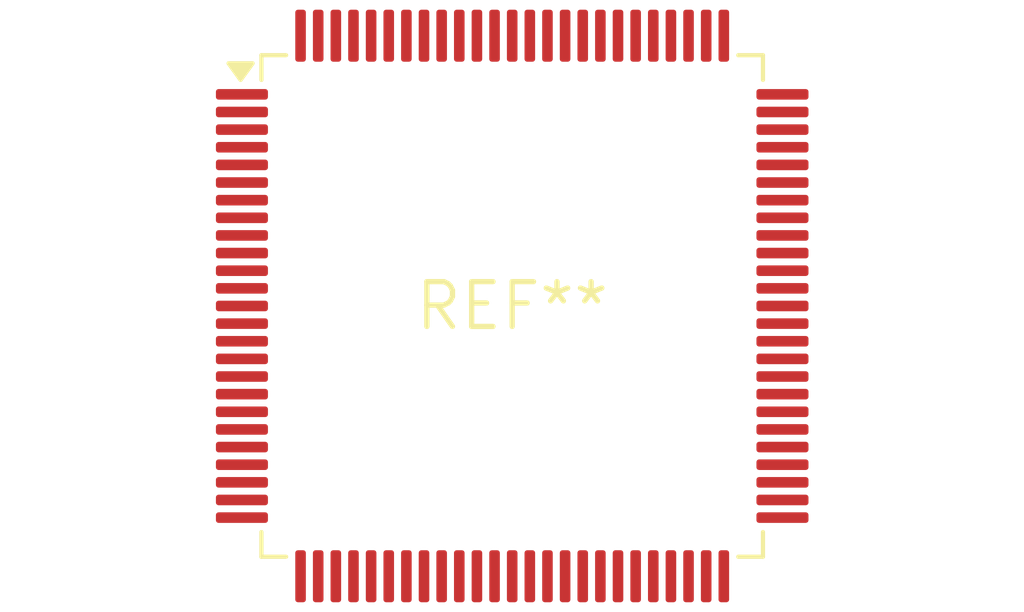
<source format=kicad_pcb>
(kicad_pcb (version 20240108) (generator pcbnew)
  (layers (0 "F.Cu" signal) (31 "B.Cu" signal) (34 "B.Paste" user) (35 "F.Paste" user) (36 "B.SilkS" user "B.Silkscreen") (37 "F.SilkS" user "F.Silkscreen") (38 "B.Mask" user) (39 "F.Mask" user) (44 "Edge.Cuts" user))
  (net 0 "")
  (footprint "VQFP-100_14x14mm_P0.5mm" (layer "F.Cu") (at 0 0)
    (property "Reference" "REF**")
    (property "Value" "VQFP-100_14x14mm_P0.5mm")
    (fp_line (start -7.11 -7.11) (end -7.11 -6.41) (layer "F.SilkS") (stroke (width 0.12)))
    (fp_line (start -7.11 7.11) (end -7.11 6.41) (layer "F.SilkS") (stroke (width 0.12)))
    (fp_line (start -6.41 -7.11) (end -7.11 -7.11) (layer "F.SilkS") (stroke (width 0.12)))
    (fp_line (start -6.41 7.11) (end -7.11 7.11) (layer "F.SilkS") (stroke (width 0.12)))
    (fp_line (start 6.41 -7.11) (end 7.11 -7.11) (layer "F.SilkS") (stroke (width 0.12)))
    (fp_line (start 6.41 7.11) (end 7.11 7.11) (layer "F.SilkS") (stroke (width 0.12)))
    (fp_line (start 7.11 -7.11) (end 7.11 -6.41) (layer "F.SilkS") (stroke (width 0.12)))
    (fp_line (start 7.11 7.11) (end 7.11 6.41) (layer "F.SilkS") (stroke (width 0.12)))
    (fp_poly (pts (xy -7.7 -6.41) (xy -8.04 -6.88) (xy -7.36 -6.88) (xy -7.7 -6.41)) (layer "F.SilkS") (stroke (width 0.12)) (fill solid))
    (pad "1" smd roundrect (at -7.6625 -6) (size 1.475 0.3) (layers "F.Cu" "F.Paste" "F.Mask"))
    (pad "2" smd roundrect (at -7.6625 -5.5) (size 1.475 0.3) (layers "F.Cu" "F.Paste" "F.Mask"))
    (pad "3" smd roundrect (at -7.6625 -5) (size 1.475 0.3) (layers "F.Cu" "F.Paste" "F.Mask"))
    (pad "4" smd roundrect (at -7.6625 -4.5) (size 1.475 0.3) (layers "F.Cu" "F.Paste" "F.Mask"))
    (pad "5" smd roundrect (at -7.6625 -4) (size 1.475 0.3) (layers "F.Cu" "F.Paste" "F.Mask"))
    (pad "6" smd roundrect (at -7.6625 -3.5) (size 1.475 0.3) (layers "F.Cu" "F.Paste" "F.Mask"))
    (pad "7" smd roundrect (at -7.6625 -3) (size 1.475 0.3) (layers "F.Cu" "F.Paste" "F.Mask"))
    (pad "8" smd roundrect (at -7.6625 -2.5) (size 1.475 0.3) (layers "F.Cu" "F.Paste" "F.Mask"))
    (pad "9" smd roundrect (at -7.6625 -2) (size 1.475 0.3) (layers "F.Cu" "F.Paste" "F.Mask"))
    (pad "10" smd roundrect (at -7.6625 -1.5) (size 1.475 0.3) (layers "F.Cu" "F.Paste" "F.Mask"))
    (pad "11" smd roundrect (at -7.6625 -1) (size 1.475 0.3) (layers "F.Cu" "F.Paste" "F.Mask"))
    (pad "12" smd roundrect (at -7.6625 -0.5) (size 1.475 0.3) (layers "F.Cu" "F.Paste" "F.Mask"))
    (pad "13" smd roundrect (at -7.6625 0) (size 1.475 0.3) (layers "F.Cu" "F.Paste" "F.Mask"))
    (pad "14" smd roundrect (at -7.6625 0.5) (size 1.475 0.3) (layers "F.Cu" "F.Paste" "F.Mask"))
    (pad "15" smd roundrect (at -7.6625 1) (size 1.475 0.3) (layers "F.Cu" "F.Paste" "F.Mask"))
    (pad "16" smd roundrect (at -7.6625 1.5) (size 1.475 0.3) (layers "F.Cu" "F.Paste" "F.Mask"))
    (pad "17" smd roundrect (at -7.6625 2) (size 1.475 0.3) (layers "F.Cu" "F.Paste" "F.Mask"))
    (pad "18" smd roundrect (at -7.6625 2.5) (size 1.475 0.3) (layers "F.Cu" "F.Paste" "F.Mask"))
    (pad "19" smd roundrect (at -7.6625 3) (size 1.475 0.3) (layers "F.Cu" "F.Paste" "F.Mask"))
    (pad "20" smd roundrect (at -7.6625 3.5) (size 1.475 0.3) (layers "F.Cu" "F.Paste" "F.Mask"))
    (pad "21" smd roundrect (at -7.6625 4) (size 1.475 0.3) (layers "F.Cu" "F.Paste" "F.Mask"))
    (pad "22" smd roundrect (at -7.6625 4.5) (size 1.475 0.3) (layers "F.Cu" "F.Paste" "F.Mask"))
    (pad "23" smd roundrect (at -7.6625 5) (size 1.475 0.3) (layers "F.Cu" "F.Paste" "F.Mask"))
    (pad "24" smd roundrect (at -7.6625 5.5) (size 1.475 0.3) (layers "F.Cu" "F.Paste" "F.Mask"))
    (pad "25" smd roundrect (at -7.6625 6) (size 1.475 0.3) (layers "F.Cu" "F.Paste" "F.Mask"))
    (pad "26" smd roundrect (at -6 7.6625) (size 0.3 1.475) (layers "F.Cu" "F.Paste" "F.Mask"))
    (pad "27" smd roundrect (at -5.5 7.6625) (size 0.3 1.475) (layers "F.Cu" "F.Paste" "F.Mask"))
    (pad "28" smd roundrect (at -5 7.6625) (size 0.3 1.475) (layers "F.Cu" "F.Paste" "F.Mask"))
    (pad "29" smd roundrect (at -4.5 7.6625) (size 0.3 1.475) (layers "F.Cu" "F.Paste" "F.Mask"))
    (pad "30" smd roundrect (at -4 7.6625) (size 0.3 1.475) (layers "F.Cu" "F.Paste" "F.Mask"))
    (pad "31" smd roundrect (at -3.5 7.6625) (size 0.3 1.475) (layers "F.Cu" "F.Paste" "F.Mask"))
    (pad "32" smd roundrect (at -3 7.6625) (size 0.3 1.475) (layers "F.Cu" "F.Paste" "F.Mask"))
    (pad "33" smd roundrect (at -2.5 7.6625) (size 0.3 1.475) (layers "F.Cu" "F.Paste" "F.Mask"))
    (pad "34" smd roundrect (at -2 7.6625) (size 0.3 1.475) (layers "F.Cu" "F.Paste" "F.Mask"))
    (pad "35" smd roundrect (at -1.5 7.6625) (size 0.3 1.475) (layers "F.Cu" "F.Paste" "F.Mask"))
    (pad "36" smd roundrect (at -1 7.6625) (size 0.3 1.475) (layers "F.Cu" "F.Paste" "F.Mask"))
    (pad "37" smd roundrect (at -0.5 7.6625) (size 0.3 1.475) (layers "F.Cu" "F.Paste" "F.Mask"))
    (pad "38" smd roundrect (at 0 7.6625) (size 0.3 1.475) (layers "F.Cu" "F.Paste" "F.Mask"))
    (pad "39" smd roundrect (at 0.5 7.6625) (size 0.3 1.475) (layers "F.Cu" "F.Paste" "F.Mask"))
    (pad "40" smd roundrect (at 1 7.6625) (size 0.3 1.475) (layers "F.Cu" "F.Paste" "F.Mask"))
    (pad "41" smd roundrect (at 1.5 7.6625) (size 0.3 1.475) (layers "F.Cu" "F.Paste" "F.Mask"))
    (pad "42" smd roundrect (at 2 7.6625) (size 0.3 1.475) (layers "F.Cu" "F.Paste" "F.Mask"))
    (pad "43" smd roundrect (at 2.5 7.6625) (size 0.3 1.475) (layers "F.Cu" "F.Paste" "F.Mask"))
    (pad "44" smd roundrect (at 3 7.6625) (size 0.3 1.475) (layers "F.Cu" "F.Paste" "F.Mask"))
    (pad "45" smd roundrect (at 3.5 7.6625) (size 0.3 1.475) (layers "F.Cu" "F.Paste" "F.Mask"))
    (pad "46" smd roundrect (at 4 7.6625) (size 0.3 1.475) (layers "F.Cu" "F.Paste" "F.Mask"))
    (pad "47" smd roundrect (at 4.5 7.6625) (size 0.3 1.475) (layers "F.Cu" "F.Paste" "F.Mask"))
    (pad "48" smd roundrect (at 5 7.6625) (size 0.3 1.475) (layers "F.Cu" "F.Paste" "F.Mask"))
    (pad "49" smd roundrect (at 5.5 7.6625) (size 0.3 1.475) (layers "F.Cu" "F.Paste" "F.Mask"))
    (pad "50" smd roundrect (at 6 7.6625) (size 0.3 1.475) (layers "F.Cu" "F.Paste" "F.Mask"))
    (pad "51" smd roundrect (at 7.6625 6) (size 1.475 0.3) (layers "F.Cu" "F.Paste" "F.Mask"))
    (pad "52" smd roundrect (at 7.6625 5.5) (size 1.475 0.3) (layers "F.Cu" "F.Paste" "F.Mask"))
    (pad "53" smd roundrect (at 7.6625 5) (size 1.475 0.3) (layers "F.Cu" "F.Paste" "F.Mask"))
    (pad "54" smd roundrect (at 7.6625 4.5) (size 1.475 0.3) (layers "F.Cu" "F.Paste" "F.Mask"))
    (pad "55" smd roundrect (at 7.6625 4) (size 1.475 0.3) (layers "F.Cu" "F.Paste" "F.Mask"))
    (pad "56" smd roundrect (at 7.6625 3.5) (size 1.475 0.3) (layers "F.Cu" "F.Paste" "F.Mask"))
    (pad "57" smd roundrect (at 7.6625 3) (size 1.475 0.3) (layers "F.Cu" "F.Paste" "F.Mask"))
    (pad "58" smd roundrect (at 7.6625 2.5) (size 1.475 0.3) (layers "F.Cu" "F.Paste" "F.Mask"))
    (pad "59" smd roundrect (at 7.6625 2) (size 1.475 0.3) (layers "F.Cu" "F.Paste" "F.Mask"))
    (pad "60" smd roundrect (at 7.6625 1.5) (size 1.475 0.3) (layers "F.Cu" "F.Paste" "F.Mask"))
    (pad "61" smd roundrect (at 7.6625 1) (size 1.475 0.3) (layers "F.Cu" "F.Paste" "F.Mask"))
    (pad "62" smd roundrect (at 7.6625 0.5) (size 1.475 0.3) (layers "F.Cu" "F.Paste" "F.Mask"))
    (pad "63" smd roundrect (at 7.6625 0) (size 1.475 0.3) (layers "F.Cu" "F.Paste" "F.Mask"))
    (pad "64" smd roundrect (at 7.6625 -0.5) (size 1.475 0.3) (layers "F.Cu" "F.Paste" "F.Mask"))
    (pad "65" smd roundrect (at 7.6625 -1) (size 1.475 0.3) (layers "F.Cu" "F.Paste" "F.Mask"))
    (pad "66" smd roundrect (at 7.6625 -1.5) (size 1.475 0.3) (layers "F.Cu" "F.Paste" "F.Mask"))
    (pad "67" smd roundrect (at 7.6625 -2) (size 1.475 0.3) (layers "F.Cu" "F.Paste" "F.Mask"))
    (pad "68" smd roundrect (at 7.6625 -2.5) (size 1.475 0.3) (layers "F.Cu" "F.Paste" "F.Mask"))
    (pad "69" smd roundrect (at 7.6625 -3) (size 1.475 0.3) (layers "F.Cu" "F.Paste" "F.Mask"))
    (pad "70" smd roundrect (at 7.6625 -3.5) (size 1.475 0.3) (layers "F.Cu" "F.Paste" "F.Mask"))
    (pad "71" smd roundrect (at 7.6625 -4) (size 1.475 0.3) (layers "F.Cu" "F.Paste" "F.Mask"))
    (pad "72" smd roundrect (at 7.6625 -4.5) (size 1.475 0.3) (layers "F.Cu" "F.Paste" "F.Mask"))
    (pad "73" smd roundrect (at 7.6625 -5) (size 1.475 0.3) (layers "F.Cu" "F.Paste" "F.Mask"))
    (pad "74" smd roundrect (at 7.6625 -5.5) (size 1.475 0.3) (layers "F.Cu" "F.Paste" "F.Mask"))
    (pad "75" smd roundrect (at 7.6625 -6) (size 1.475 0.3) (layers "F.Cu" "F.Paste" "F.Mask"))
    (pad "76" smd roundrect (at 6 -7.6625) (size 0.3 1.475) (layers "F.Cu" "F.Paste" "F.Mask"))
    (pad "77" smd roundrect (at 5.5 -7.6625) (size 0.3 1.475) (layers "F.Cu" "F.Paste" "F.Mask"))
    (pad "78" smd roundrect (at 5 -7.6625) (size 0.3 1.475) (layers "F.Cu" "F.Paste" "F.Mask"))
    (pad "79" smd roundrect (at 4.5 -7.6625) (size 0.3 1.475) (layers "F.Cu" "F.Paste" "F.Mask"))
    (pad "80" smd roundrect (at 4 -7.6625) (size 0.3 1.475) (layers "F.Cu" "F.Paste" "F.Mask"))
    (pad "81" smd roundrect (at 3.5 -7.6625) (size 0.3 1.475) (layers "F.Cu" "F.Paste" "F.Mask"))
    (pad "82" smd roundrect (at 3 -7.6625) (size 0.3 1.475) (layers "F.Cu" "F.Paste" "F.Mask"))
    (pad "83" smd roundrect (at 2.5 -7.6625) (size 0.3 1.475) (layers "F.Cu" "F.Paste" "F.Mask"))
    (pad "84" smd roundrect (at 2 -7.6625) (size 0.3 1.475) (layers "F.Cu" "F.Paste" "F.Mask"))
    (pad "85" smd roundrect (at 1.5 -7.6625) (size 0.3 1.475) (layers "F.Cu" "F.Paste" "F.Mask"))
    (pad "86" smd roundrect (at 1 -7.6625) (size 0.3 1.475) (layers "F.Cu" "F.Paste" "F.Mask"))
    (pad "87" smd roundrect (at 0.5 -7.6625) (size 0.3 1.475) (layers "F.Cu" "F.Paste" "F.Mask"))
    (pad "88" smd roundrect (at 0 -7.6625) (size 0.3 1.475) (layers "F.Cu" "F.Paste" "F.Mask"))
    (pad "89" smd roundrect (at -0.5 -7.6625) (size 0.3 1.475) (layers "F.Cu" "F.Paste" "F.Mask"))
    (pad "90" smd roundrect (at -1 -7.6625) (size 0.3 1.475) (layers "F.Cu" "F.Paste" "F.Mask"))
    (pad "91" smd roundrect (at -1.5 -7.6625) (size 0.3 1.475) (layers "F.Cu" "F.Paste" "F.Mask"))
    (pad "92" smd roundrect (at -2 -7.6625) (size 0.3 1.475) (layers "F.Cu" "F.Paste" "F.Mask"))
    (pad "93" smd roundrect (at -2.5 -7.6625) (size 0.3 1.475) (layers "F.Cu" "F.Paste" "F.Mask"))
    (pad "94" smd roundrect (at -3 -7.6625) (size 0.3 1.475) (layers "F.Cu" "F.Paste" "F.Mask"))
    (pad "95" smd roundrect (at -3.5 -7.6625) (size 0.3 1.475) (layers "F.Cu" "F.Paste" "F.Mask"))
    (pad "96" smd roundrect (at -4 -7.6625) (size 0.3 1.475) (layers "F.Cu" "F.Paste" "F.Mask"))
    (pad "97" smd roundrect (at -4.5 -7.6625) (size 0.3 1.475) (layers "F.Cu" "F.Paste" "F.Mask"))
    (pad "98" smd roundrect (at -5 -7.6625) (size 0.3 1.475) (layers "F.Cu" "F.Paste" "F.Mask"))
    (pad "99" smd roundrect (at -5.5 -7.6625) (size 0.3 1.475) (layers "F.Cu" "F.Paste" "F.Mask"))
    (pad "100" smd roundrect (at -6 -7.6625) (size 0.3 1.475) (layers "F.Cu" "F.Paste" "F.Mask"))
  )
)
</source>
